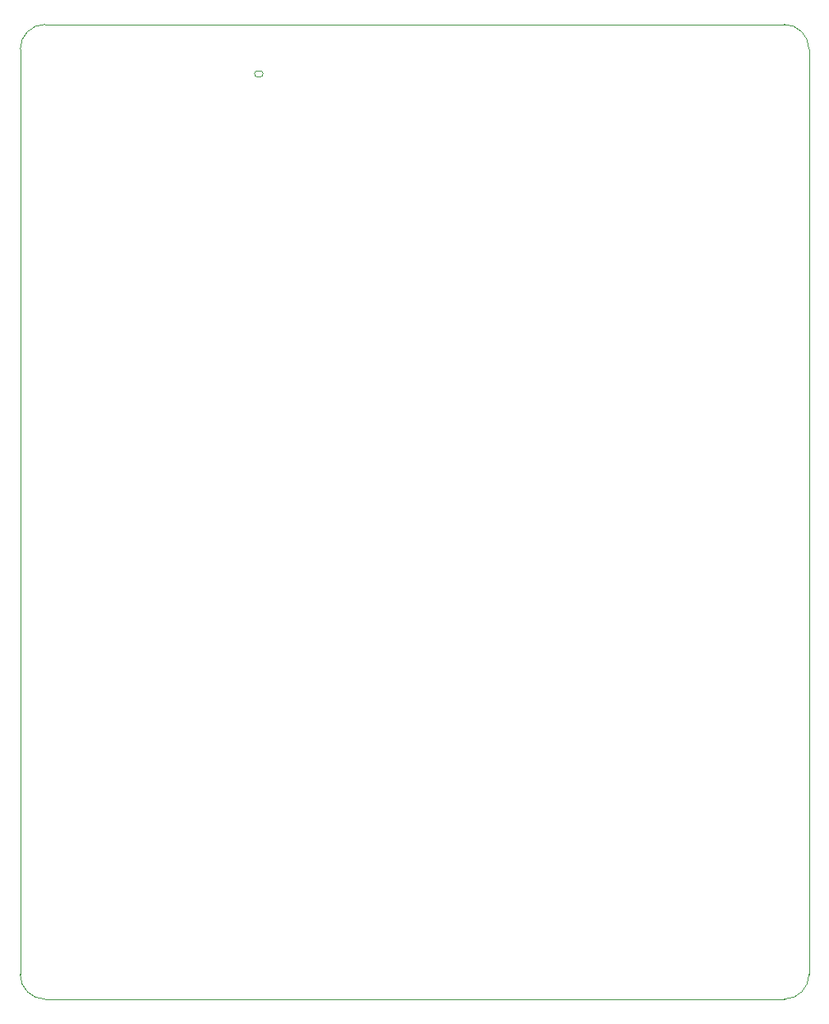
<source format=gm1>
G04 #@! TF.GenerationSoftware,KiCad,Pcbnew,(5.1.4-0-10_14)*
G04 #@! TF.CreationDate,2020-10-24T19:39:48+11:00*
G04 #@! TF.ProjectId,Numpad,4e756d70-6164-42e6-9b69-6361645f7063,rev?*
G04 #@! TF.SameCoordinates,Original*
G04 #@! TF.FileFunction,Profile,NP*
%FSLAX46Y46*%
G04 Gerber Fmt 4.6, Leading zero omitted, Abs format (unit mm)*
G04 Created by KiCad (PCBNEW (5.1.4-0-10_14)) date 2020-10-24 19:39:48*
%MOMM*%
%LPD*%
G04 APERTURE LIST*
%ADD10C,0.100000*%
G04 APERTURE END LIST*
D10*
X161290000Y-139700000D02*
G75*
G02X158750000Y-142240000I-2540000J0D01*
G01*
X82550000Y-142240000D02*
G75*
G02X80010000Y-139700000I0J2540000D01*
G01*
X158750000Y-41910000D02*
G75*
G02X161290000Y-44450000I0J-2540000D01*
G01*
X80010000Y-44450000D02*
G75*
G02X82550000Y-41910000I2540000J0D01*
G01*
X80010000Y-139700000D02*
X80010000Y-44450000D01*
X158750000Y-142240000D02*
X82550000Y-142240000D01*
X161290000Y-44450000D02*
X161290000Y-139700000D01*
X82550000Y-41910000D02*
X158750000Y-41910000D01*
X104160000Y-46990000D02*
G75*
G03X104475000Y-47305000I315000J0D01*
G01*
X104475000Y-46675000D02*
G75*
G03X104160000Y-46990000I0J-315000D01*
G01*
X104725000Y-46675000D02*
X104475000Y-46675000D01*
X105040000Y-46990000D02*
G75*
G03X104725000Y-46675000I-315000J0D01*
G01*
X104725000Y-47305000D02*
G75*
G03X105040000Y-46990000I0J315000D01*
G01*
X104475000Y-47305000D02*
X104725000Y-47305000D01*
M02*

</source>
